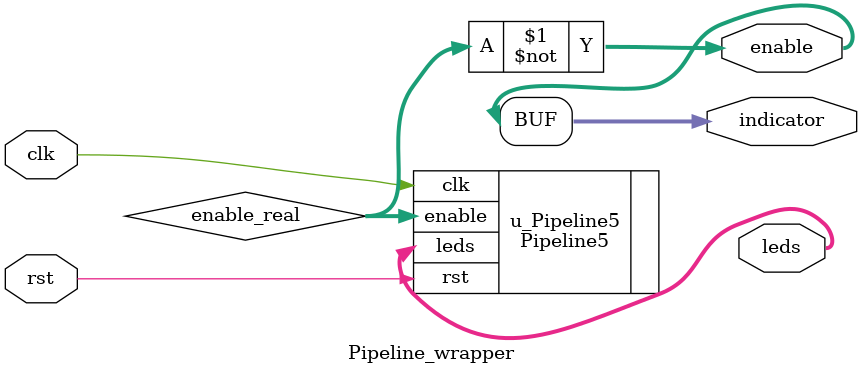
<source format=v>
module Pipeline_wrapper (
    input               clk,
    input               rst,
    // output  reg [7 : 0] leds,
    // output  reg [3 : 0] enable,
    output      [7 : 0] leds,
    output      [3 : 0] enable,
    output      [3 : 0] indicator
    // output              locked
);

    assign  indicator = enable;

    // integer count;
    // wire    [7 : 0]     leds_real;
    wire    [3 : 0]     enable_real;

    // wire    clk_real;

    // PLL u_PLL (
    //     .clk_out1(clk_real),    // output clk_out1
    //     .reset(rst),            // input reset
    //     .locked(locked),        // output locked
    //     .clk_in1(clk)           // input clk_in1
    // );

    Pipeline5 u_Pipeline5 (
        .clk(clk),
        .rst(rst),
        .leds(leds),
        .enable(enable_real)
    );

    assign  enable = ~enable_real;

    // always @(posedge clk_real or negedge rst) begin
    //     if (!rst) begin
    //         count <= 0;
    //         leds <= 0;
    //         enable <= 0;
    //     end
    //     else begin
    //         if (count == 499_999) begin
    //             count <= 0;
    //             leds <= leds_real;
    //             enable <= ~enable_real;
    //         end
    //         else begin
    //             count <= count + 1;
    //         end
    //     end
    // end

endmodule

</source>
